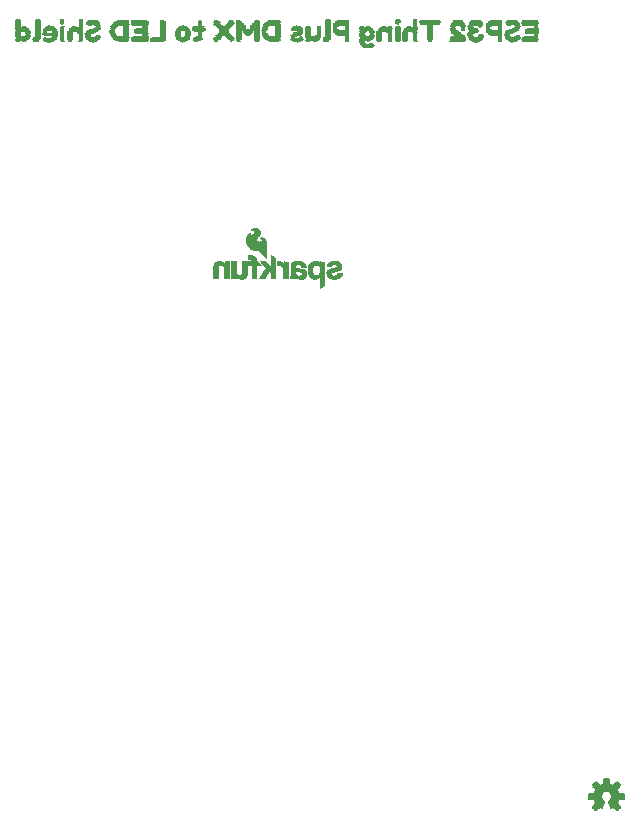
<source format=gbo>
G75*
%MOIN*%
%OFA0B0*%
%FSLAX25Y25*%
%IPPOS*%
%LPD*%
%AMOC8*
5,1,8,0,0,1.08239X$1,22.5*
%
%ADD10R,0.01102X0.00276*%
%ADD11R,0.01378X0.00276*%
%ADD12R,0.04409X0.00276*%
%ADD13R,0.01929X0.00276*%
%ADD14R,0.02480X0.00276*%
%ADD15R,0.01654X0.00276*%
%ADD16R,0.06063X0.00276*%
%ADD17R,0.05512X0.00315*%
%ADD18R,0.03307X0.00315*%
%ADD19R,0.04134X0.00315*%
%ADD20R,0.03031X0.00315*%
%ADD21R,0.06890X0.00315*%
%ADD22R,0.01654X0.00315*%
%ADD23R,0.01929X0.00315*%
%ADD24R,0.05512X0.00276*%
%ADD25R,0.03858X0.00276*%
%ADD26R,0.04685X0.00276*%
%ADD27R,0.03583X0.00276*%
%ADD28R,0.07165X0.00276*%
%ADD29R,0.05787X0.00236*%
%ADD30R,0.04409X0.00236*%
%ADD31R,0.04961X0.00236*%
%ADD32R,0.04134X0.00236*%
%ADD33R,0.07165X0.00236*%
%ADD34R,0.01654X0.00236*%
%ADD35R,0.01929X0.00236*%
%ADD36R,0.05787X0.00315*%
%ADD37R,0.04685X0.00315*%
%ADD38R,0.05236X0.00315*%
%ADD39R,0.04409X0.00315*%
%ADD40R,0.05236X0.00276*%
%ADD41R,0.04961X0.00276*%
%ADD42R,0.06614X0.00276*%
%ADD43R,0.00827X0.00276*%
%ADD44R,0.00827X0.00236*%
%ADD45R,0.02205X0.00236*%
%ADD46R,0.00276X0.00236*%
%ADD47R,0.01378X0.00315*%
%ADD48R,0.02480X0.00315*%
%ADD49R,0.04134X0.00276*%
%ADD50R,0.03031X0.00276*%
%ADD51R,0.03307X0.00276*%
%ADD52R,0.02205X0.00276*%
%ADD53R,0.02756X0.00276*%
%ADD54R,0.00551X0.00276*%
%ADD55R,0.03583X0.00315*%
%ADD56R,0.02205X0.00315*%
%ADD57R,0.04685X0.00236*%
%ADD58R,0.05512X0.00236*%
%ADD59R,0.02480X0.00236*%
%ADD60R,0.05787X0.00276*%
%ADD61R,0.01102X0.00236*%
%ADD62R,0.02756X0.00236*%
%ADD63R,0.05236X0.00236*%
%ADD64R,0.01378X0.00236*%
%ADD65R,0.00551X0.00236*%
%ADD66R,0.00276X0.00276*%
%ADD67R,0.03858X0.00315*%
%ADD68R,0.00551X0.00315*%
%ADD69R,0.03031X0.00236*%
%ADD70R,0.07992X0.00276*%
%ADD71R,0.03583X0.00236*%
%ADD72C,0.00300*%
%ADD73C,0.00591*%
D10*
X0137554Y0291122D03*
X0141963Y0298878D03*
X0148026Y0298878D03*
X0259656Y0298878D03*
X0279774Y0291122D03*
D11*
X0281566Y0293878D03*
X0293692Y0293327D03*
X0253731Y0298878D03*
X0230581Y0298878D03*
X0221487Y0292776D03*
X0203833Y0293327D03*
X0133833Y0298878D03*
X0127219Y0298878D03*
D12*
X0128459Y0295807D03*
X0128459Y0291949D03*
X0137829Y0295531D03*
X0146648Y0295807D03*
X0152160Y0291949D03*
X0167593Y0298602D03*
X0168420Y0294154D03*
X0182199Y0295531D03*
X0187436Y0295531D03*
X0187436Y0295256D03*
X0187436Y0295807D03*
X0195703Y0293878D03*
X0212514Y0291673D03*
X0225207Y0291673D03*
X0243121Y0291949D03*
X0243396Y0290571D03*
X0243396Y0290295D03*
X0243121Y0295807D03*
X0249735Y0295807D03*
X0258278Y0295807D03*
X0279774Y0291949D03*
X0298514Y0294154D03*
X0298514Y0295256D03*
X0298514Y0295531D03*
X0297963Y0298602D03*
D13*
X0293416Y0296909D03*
X0293416Y0296083D03*
X0292038Y0298602D03*
X0290109Y0293602D03*
X0290109Y0293327D03*
X0290385Y0293051D03*
X0284046Y0295256D03*
X0284046Y0295531D03*
X0281566Y0293327D03*
X0277983Y0293327D03*
X0277983Y0293602D03*
X0277983Y0293878D03*
X0278259Y0296083D03*
X0272196Y0295807D03*
X0272196Y0295531D03*
X0264479Y0295531D03*
X0264479Y0295256D03*
X0264479Y0294980D03*
X0264479Y0294705D03*
X0264479Y0294154D03*
X0264479Y0293878D03*
X0264479Y0293602D03*
X0264479Y0293327D03*
X0264479Y0293051D03*
X0264479Y0292776D03*
X0264479Y0292500D03*
X0264479Y0295807D03*
X0264479Y0296083D03*
X0264479Y0296909D03*
X0256211Y0294154D03*
X0256211Y0293878D03*
X0256211Y0293602D03*
X0256211Y0293327D03*
X0256211Y0293051D03*
X0256211Y0292776D03*
X0256211Y0292500D03*
X0256211Y0291949D03*
X0256211Y0291673D03*
X0253731Y0291673D03*
X0253731Y0291949D03*
X0253731Y0292500D03*
X0253731Y0292776D03*
X0253731Y0293051D03*
X0253731Y0293327D03*
X0253731Y0293602D03*
X0253731Y0293878D03*
X0253731Y0294154D03*
X0253731Y0294705D03*
X0253731Y0294980D03*
X0253731Y0295256D03*
X0253731Y0295531D03*
X0253731Y0295807D03*
X0253731Y0296083D03*
X0253731Y0298012D03*
X0253731Y0298602D03*
X0247668Y0294154D03*
X0247668Y0293878D03*
X0247668Y0293602D03*
X0247668Y0293327D03*
X0247668Y0293051D03*
X0247668Y0292776D03*
X0247668Y0292500D03*
X0247668Y0291949D03*
X0247668Y0291673D03*
X0245188Y0293327D03*
X0245188Y0293602D03*
X0241881Y0293602D03*
X0241881Y0293878D03*
X0241881Y0294154D03*
X0241881Y0291122D03*
X0233062Y0295256D03*
X0233062Y0295531D03*
X0230581Y0295531D03*
X0230581Y0295256D03*
X0230581Y0294980D03*
X0230581Y0294705D03*
X0230581Y0294154D03*
X0230581Y0293878D03*
X0230581Y0293602D03*
X0230581Y0293327D03*
X0230581Y0293051D03*
X0230581Y0295807D03*
X0230581Y0296083D03*
X0230581Y0296909D03*
X0230581Y0297185D03*
X0230581Y0298012D03*
X0230581Y0298602D03*
X0227274Y0293327D03*
X0223967Y0293327D03*
X0223967Y0293602D03*
X0223967Y0293878D03*
X0223967Y0294154D03*
X0223967Y0294705D03*
X0223967Y0294980D03*
X0223967Y0295256D03*
X0223967Y0295531D03*
X0223967Y0295807D03*
X0223967Y0296083D03*
X0221211Y0294705D03*
X0213755Y0294705D03*
X0213755Y0294980D03*
X0213755Y0295256D03*
X0213755Y0295531D03*
X0213755Y0295807D03*
X0213755Y0296083D03*
X0213755Y0294154D03*
X0213755Y0293878D03*
X0213755Y0293602D03*
X0213755Y0293327D03*
X0209345Y0293878D03*
X0209345Y0294154D03*
X0209070Y0294980D03*
X0209345Y0295531D03*
X0209345Y0295807D03*
X0206865Y0294980D03*
X0206865Y0294705D03*
X0206865Y0294154D03*
X0206865Y0293878D03*
X0206865Y0293602D03*
X0206865Y0293327D03*
X0206865Y0293051D03*
X0206865Y0292776D03*
X0206865Y0292500D03*
X0206865Y0291949D03*
X0206865Y0291673D03*
X0203833Y0293878D03*
X0200802Y0293878D03*
X0200802Y0294154D03*
X0200802Y0294705D03*
X0200802Y0294980D03*
X0200802Y0293602D03*
X0200802Y0293327D03*
X0200802Y0293051D03*
X0200802Y0292776D03*
X0200802Y0292500D03*
X0200802Y0291949D03*
X0198322Y0291949D03*
X0198322Y0298012D03*
X0200802Y0298012D03*
X0206865Y0298012D03*
X0193361Y0298012D03*
X0187573Y0293051D03*
X0183991Y0293327D03*
X0183991Y0293602D03*
X0183991Y0293878D03*
X0183991Y0294154D03*
X0180408Y0294154D03*
X0180408Y0293878D03*
X0180408Y0293602D03*
X0180408Y0293327D03*
X0175448Y0293327D03*
X0175448Y0293602D03*
X0175448Y0293878D03*
X0175448Y0294154D03*
X0175448Y0294705D03*
X0175448Y0294980D03*
X0175448Y0295256D03*
X0175448Y0295531D03*
X0175448Y0295807D03*
X0175448Y0296083D03*
X0175448Y0296909D03*
X0175448Y0297185D03*
X0175448Y0298012D03*
X0175448Y0293051D03*
X0169660Y0293327D03*
X0169660Y0293602D03*
X0169660Y0293878D03*
X0169660Y0296083D03*
X0163322Y0296083D03*
X0163322Y0295807D03*
X0163322Y0295531D03*
X0163322Y0295256D03*
X0163322Y0294980D03*
X0163322Y0294705D03*
X0163322Y0294154D03*
X0163322Y0293878D03*
X0163322Y0293602D03*
X0163322Y0293327D03*
X0158912Y0293878D03*
X0158912Y0294154D03*
X0158636Y0294705D03*
X0158636Y0294980D03*
X0158636Y0295256D03*
X0158912Y0295807D03*
X0153676Y0296083D03*
X0152298Y0298602D03*
X0150369Y0293602D03*
X0150369Y0293327D03*
X0147888Y0294154D03*
X0144581Y0294154D03*
X0144581Y0293878D03*
X0144581Y0293602D03*
X0144581Y0293327D03*
X0144581Y0293051D03*
X0144581Y0292776D03*
X0144581Y0292500D03*
X0144581Y0291949D03*
X0139345Y0293051D03*
X0139345Y0294705D03*
X0133833Y0294705D03*
X0133833Y0294980D03*
X0133833Y0295256D03*
X0133833Y0295531D03*
X0133833Y0295807D03*
X0133833Y0296083D03*
X0133833Y0296909D03*
X0133833Y0297185D03*
X0133833Y0298012D03*
X0133833Y0298602D03*
X0133833Y0294154D03*
X0133833Y0293878D03*
X0133833Y0293602D03*
X0133833Y0293327D03*
X0133833Y0293051D03*
X0130526Y0293327D03*
X0130526Y0293602D03*
X0130526Y0294154D03*
X0127219Y0294154D03*
X0127219Y0293878D03*
X0127219Y0293602D03*
X0127219Y0293327D03*
X0127219Y0296909D03*
X0127219Y0297185D03*
X0127219Y0298012D03*
D14*
X0133282Y0291949D03*
X0153400Y0295807D03*
X0186747Y0291673D03*
X0193636Y0292500D03*
X0193912Y0292776D03*
X0194188Y0293327D03*
X0195841Y0294980D03*
X0197219Y0293327D03*
X0197495Y0293051D03*
X0197770Y0292776D03*
X0198046Y0292500D03*
X0203833Y0294154D03*
X0201077Y0297185D03*
X0197770Y0297185D03*
X0197495Y0296909D03*
X0193912Y0296909D03*
X0193636Y0297185D03*
X0230030Y0291949D03*
X0235818Y0298602D03*
X0242156Y0294705D03*
X0272471Y0294980D03*
X0272747Y0294705D03*
X0278259Y0294154D03*
X0286802Y0298602D03*
X0293140Y0295807D03*
D15*
X0290798Y0296909D03*
X0287766Y0296083D03*
X0287766Y0295807D03*
X0287766Y0295531D03*
X0287766Y0295256D03*
X0287766Y0293051D03*
X0287766Y0292776D03*
X0287766Y0292500D03*
X0287766Y0291949D03*
X0287766Y0291673D03*
X0283908Y0295807D03*
X0283908Y0296083D03*
X0281703Y0293602D03*
X0279774Y0298602D03*
X0275640Y0296083D03*
X0275640Y0295807D03*
X0275640Y0295531D03*
X0275640Y0295256D03*
X0272058Y0296083D03*
X0273987Y0298602D03*
X0264617Y0291949D03*
X0264617Y0291673D03*
X0259656Y0291673D03*
X0259656Y0291949D03*
X0259656Y0292500D03*
X0259656Y0292776D03*
X0259656Y0293051D03*
X0259656Y0293327D03*
X0259656Y0293602D03*
X0259656Y0293878D03*
X0259656Y0294154D03*
X0259656Y0296909D03*
X0259656Y0297185D03*
X0259656Y0298012D03*
X0259656Y0298602D03*
X0251113Y0294154D03*
X0251113Y0293878D03*
X0251113Y0293602D03*
X0251113Y0293327D03*
X0251113Y0293051D03*
X0251113Y0292776D03*
X0251113Y0292500D03*
X0251113Y0291949D03*
X0251113Y0291673D03*
X0245325Y0293878D03*
X0245325Y0294154D03*
X0236782Y0295256D03*
X0236782Y0295531D03*
X0236782Y0295807D03*
X0236782Y0296083D03*
X0236782Y0293051D03*
X0236782Y0292776D03*
X0236782Y0292500D03*
X0236782Y0291949D03*
X0236782Y0291673D03*
X0232924Y0295807D03*
X0232924Y0296083D03*
X0227412Y0296083D03*
X0227412Y0295807D03*
X0227412Y0295531D03*
X0227412Y0295256D03*
X0227412Y0294980D03*
X0227412Y0294705D03*
X0227412Y0294154D03*
X0227412Y0293878D03*
X0227412Y0293602D03*
X0221349Y0294980D03*
X0218869Y0292776D03*
X0209207Y0294705D03*
X0209207Y0295256D03*
X0203696Y0293602D03*
X0200664Y0291673D03*
X0198459Y0291673D03*
X0193223Y0291673D03*
X0187711Y0293327D03*
X0187711Y0293602D03*
X0187711Y0293878D03*
X0187711Y0294154D03*
X0187711Y0296909D03*
X0187711Y0297185D03*
X0187711Y0298012D03*
X0158774Y0295531D03*
X0153814Y0293327D03*
X0151058Y0296909D03*
X0148026Y0296909D03*
X0148026Y0297185D03*
X0148026Y0298012D03*
X0148026Y0298602D03*
X0148026Y0293878D03*
X0148026Y0293602D03*
X0148026Y0293327D03*
X0148026Y0293051D03*
X0148026Y0292776D03*
X0148026Y0292500D03*
X0148026Y0291949D03*
X0148026Y0291673D03*
X0144444Y0291673D03*
X0141963Y0291673D03*
X0141963Y0291949D03*
X0141963Y0292500D03*
X0141963Y0292776D03*
X0141963Y0293051D03*
X0141963Y0293327D03*
X0141963Y0293602D03*
X0141963Y0293878D03*
X0141963Y0294154D03*
X0141963Y0294705D03*
X0141963Y0294980D03*
X0141963Y0295256D03*
X0141963Y0295531D03*
X0141963Y0295807D03*
X0141963Y0296083D03*
X0141963Y0298012D03*
X0141963Y0298602D03*
X0136176Y0294705D03*
X0130664Y0293878D03*
X0127081Y0298602D03*
X0299892Y0296083D03*
X0299892Y0293878D03*
X0299892Y0293602D03*
X0299892Y0293327D03*
D16*
X0264617Y0298602D03*
X0211688Y0293051D03*
X0161255Y0293051D03*
X0161255Y0296909D03*
D17*
X0161530Y0297480D03*
X0167593Y0298307D03*
X0211963Y0297480D03*
X0297963Y0298307D03*
D18*
X0291900Y0298307D03*
X0278948Y0294449D03*
X0206176Y0296378D03*
X0201491Y0296378D03*
X0152160Y0298307D03*
D19*
X0235542Y0298307D03*
X0286526Y0298307D03*
D20*
X0279912Y0298307D03*
X0273849Y0298307D03*
X0273022Y0294449D03*
X0220660Y0294449D03*
X0203833Y0294449D03*
D21*
X0264479Y0297480D03*
X0264479Y0298307D03*
D22*
X0259656Y0298307D03*
X0259656Y0297480D03*
X0259656Y0296378D03*
X0253593Y0297480D03*
X0236782Y0296378D03*
X0227412Y0294449D03*
X0209207Y0294449D03*
X0206727Y0298307D03*
X0200664Y0298307D03*
X0193223Y0298307D03*
X0187711Y0297480D03*
X0187711Y0294449D03*
X0175310Y0298307D03*
X0153814Y0296378D03*
X0148026Y0296378D03*
X0148026Y0297480D03*
X0148026Y0298307D03*
X0141963Y0298307D03*
X0141963Y0297480D03*
X0141963Y0294449D03*
X0136176Y0294449D03*
X0287766Y0296378D03*
X0299892Y0296378D03*
D23*
X0293692Y0296378D03*
X0284046Y0296378D03*
X0277983Y0296378D03*
X0275503Y0296378D03*
X0272196Y0296378D03*
X0264479Y0296378D03*
X0264479Y0294449D03*
X0259518Y0294449D03*
X0256211Y0294449D03*
X0253731Y0294449D03*
X0250975Y0294449D03*
X0247668Y0294449D03*
X0245188Y0294449D03*
X0253731Y0298307D03*
X0233062Y0296378D03*
X0230581Y0296378D03*
X0230581Y0297480D03*
X0230581Y0298307D03*
X0230581Y0294449D03*
X0223967Y0294449D03*
X0213755Y0294449D03*
X0213755Y0296378D03*
X0206865Y0294449D03*
X0200802Y0294449D03*
X0183991Y0294449D03*
X0180408Y0294449D03*
X0175448Y0294449D03*
X0175448Y0296378D03*
X0175448Y0297480D03*
X0169660Y0296378D03*
X0163322Y0296378D03*
X0163322Y0294449D03*
X0158636Y0294449D03*
X0147888Y0294449D03*
X0144581Y0294449D03*
X0139621Y0294449D03*
X0133833Y0294449D03*
X0133833Y0296378D03*
X0133833Y0297480D03*
X0133833Y0298307D03*
X0130526Y0294449D03*
X0127219Y0294449D03*
X0127219Y0296378D03*
X0127219Y0297480D03*
X0127219Y0298307D03*
D24*
X0161530Y0292500D03*
X0167869Y0296909D03*
X0211963Y0292500D03*
X0234853Y0294980D03*
X0234853Y0296909D03*
X0273711Y0292776D03*
X0273711Y0292500D03*
X0273711Y0291949D03*
X0273711Y0291673D03*
X0279774Y0292776D03*
X0285837Y0294980D03*
X0285837Y0296909D03*
X0297963Y0296909D03*
X0297963Y0297185D03*
X0297963Y0298012D03*
X0297963Y0292776D03*
X0297963Y0292500D03*
X0297963Y0291673D03*
D25*
X0298790Y0295807D03*
X0291900Y0298012D03*
X0279774Y0298012D03*
X0279774Y0291673D03*
X0243672Y0289744D03*
X0242845Y0291673D03*
X0220247Y0291673D03*
X0220247Y0295256D03*
X0220247Y0295531D03*
X0220247Y0295807D03*
X0205900Y0295531D03*
X0201766Y0295531D03*
X0195703Y0294154D03*
X0187436Y0294980D03*
X0182199Y0295807D03*
X0182199Y0291949D03*
X0152711Y0295531D03*
X0152160Y0298012D03*
X0137554Y0291673D03*
D26*
X0137967Y0292500D03*
X0138243Y0293327D03*
X0146510Y0295531D03*
X0152298Y0297185D03*
X0161944Y0298012D03*
X0161944Y0291673D03*
X0168282Y0294705D03*
X0168282Y0294980D03*
X0168282Y0295256D03*
X0168282Y0295531D03*
X0174070Y0292776D03*
X0195841Y0296083D03*
X0212377Y0298012D03*
X0225345Y0291949D03*
X0235266Y0293878D03*
X0235266Y0298012D03*
X0243259Y0295531D03*
X0249597Y0295531D03*
X0258140Y0295531D03*
X0273849Y0297185D03*
X0273849Y0293051D03*
X0286251Y0293878D03*
X0286251Y0298012D03*
X0292038Y0297185D03*
X0298377Y0294980D03*
X0298377Y0294705D03*
X0128597Y0295531D03*
D27*
X0137692Y0296083D03*
X0152298Y0291673D03*
X0195841Y0295531D03*
X0201629Y0295807D03*
X0203833Y0294980D03*
X0206038Y0295807D03*
X0206038Y0296083D03*
X0219833Y0293602D03*
X0220109Y0293878D03*
X0220385Y0294154D03*
X0220109Y0296083D03*
X0235818Y0293327D03*
X0273849Y0298012D03*
X0286802Y0293327D03*
X0292038Y0291673D03*
X0292589Y0295531D03*
D28*
X0264617Y0298012D03*
D29*
X0297825Y0297756D03*
X0297825Y0292244D03*
X0167731Y0292244D03*
X0167731Y0297756D03*
D30*
X0182199Y0292244D03*
X0152160Y0297756D03*
X0137829Y0292244D03*
X0220247Y0292244D03*
X0243672Y0290039D03*
X0279774Y0297756D03*
X0291900Y0297756D03*
D31*
X0286113Y0297756D03*
X0279774Y0292244D03*
X0235129Y0297756D03*
X0225483Y0292244D03*
X0173656Y0291417D03*
D32*
X0273849Y0297756D03*
D33*
X0264617Y0297756D03*
D34*
X0259656Y0297756D03*
X0259656Y0296654D03*
X0259656Y0292244D03*
X0251113Y0292244D03*
X0236782Y0292244D03*
X0236782Y0296654D03*
X0287766Y0296654D03*
X0287766Y0292244D03*
X0293554Y0296654D03*
X0299892Y0296654D03*
X0187711Y0296654D03*
X0187711Y0297756D03*
X0186609Y0291417D03*
X0148026Y0292244D03*
X0141963Y0292244D03*
X0141963Y0297756D03*
X0148026Y0297756D03*
X0148026Y0296654D03*
D35*
X0153676Y0296654D03*
X0163322Y0296654D03*
X0169660Y0296654D03*
X0175448Y0296654D03*
X0175448Y0297756D03*
X0200802Y0292244D03*
X0206865Y0292244D03*
X0213755Y0296654D03*
X0230581Y0296654D03*
X0230581Y0297756D03*
X0229755Y0291417D03*
X0241881Y0291417D03*
X0242156Y0290866D03*
X0247668Y0292244D03*
X0253731Y0292244D03*
X0256211Y0292244D03*
X0253731Y0297756D03*
X0264479Y0296654D03*
X0264479Y0292244D03*
X0272196Y0296654D03*
X0275503Y0296654D03*
X0281290Y0296654D03*
X0144581Y0292244D03*
X0133833Y0296654D03*
X0133833Y0297756D03*
X0133007Y0291417D03*
X0127219Y0296654D03*
X0127219Y0297756D03*
D36*
X0167731Y0297480D03*
X0297825Y0297480D03*
D37*
X0292038Y0297480D03*
X0273849Y0297480D03*
X0168282Y0294449D03*
D38*
X0234991Y0294449D03*
X0234991Y0297480D03*
X0285975Y0297480D03*
X0285975Y0294449D03*
D39*
X0279774Y0297480D03*
X0298514Y0294449D03*
X0152160Y0297480D03*
D40*
X0152298Y0292776D03*
X0146235Y0294705D03*
X0137967Y0294154D03*
X0137967Y0293878D03*
X0128873Y0294705D03*
X0128873Y0293051D03*
X0168007Y0293051D03*
X0173794Y0292500D03*
X0173794Y0291949D03*
X0173794Y0291673D03*
X0225621Y0292776D03*
X0225621Y0293051D03*
X0234991Y0294705D03*
X0234991Y0297185D03*
X0243534Y0293051D03*
X0249322Y0294705D03*
X0273849Y0296909D03*
X0285975Y0297185D03*
X0285975Y0294705D03*
X0292038Y0292776D03*
X0292038Y0292500D03*
D41*
X0286113Y0294154D03*
X0279774Y0292500D03*
X0279774Y0296909D03*
X0279774Y0297185D03*
X0298239Y0293051D03*
X0258003Y0294705D03*
X0258003Y0294980D03*
X0258003Y0295256D03*
X0249459Y0295256D03*
X0249459Y0294980D03*
X0243396Y0294980D03*
X0243396Y0295256D03*
X0243396Y0292776D03*
X0243396Y0292500D03*
X0235129Y0294154D03*
X0225483Y0292500D03*
X0212239Y0291949D03*
X0195703Y0293602D03*
X0182199Y0292776D03*
X0182199Y0292500D03*
X0182199Y0294980D03*
X0182199Y0295256D03*
X0161806Y0291949D03*
X0152160Y0292500D03*
X0146373Y0294980D03*
X0146373Y0295256D03*
X0138105Y0293602D03*
X0137829Y0294980D03*
X0137829Y0295256D03*
X0128735Y0295256D03*
X0128735Y0294980D03*
X0128735Y0292776D03*
X0128735Y0292500D03*
D42*
X0264617Y0297185D03*
D43*
X0253731Y0297185D03*
X0281290Y0296083D03*
X0293692Y0293602D03*
X0198322Y0298602D03*
X0193361Y0298602D03*
X0153951Y0293602D03*
X0136314Y0292776D03*
D44*
X0150920Y0296654D03*
X0198322Y0291417D03*
X0290660Y0296654D03*
D45*
X0284184Y0296654D03*
X0278121Y0296654D03*
X0233199Y0296654D03*
X0206727Y0297756D03*
X0200940Y0297756D03*
X0198184Y0297756D03*
X0197357Y0296654D03*
X0198184Y0292244D03*
X0182199Y0291417D03*
D46*
X0220109Y0296654D03*
D47*
X0223967Y0296378D03*
X0227550Y0296378D03*
X0241881Y0296378D03*
X0243810Y0296378D03*
X0249046Y0296378D03*
X0251251Y0296378D03*
X0253731Y0296378D03*
X0257589Y0296378D03*
X0281290Y0296378D03*
X0198322Y0298307D03*
X0145959Y0296378D03*
X0142101Y0296378D03*
X0129148Y0296378D03*
D48*
X0137692Y0296378D03*
X0159188Y0296378D03*
X0182062Y0296378D03*
X0194463Y0296378D03*
X0197219Y0296378D03*
X0198046Y0297480D03*
X0201077Y0297480D03*
X0206589Y0297480D03*
X0220109Y0296378D03*
D49*
X0220109Y0292500D03*
X0220385Y0291949D03*
X0235542Y0293602D03*
X0242983Y0296083D03*
X0249873Y0296083D03*
X0258416Y0296083D03*
X0286526Y0293602D03*
X0291487Y0294705D03*
X0291762Y0294980D03*
X0292038Y0295256D03*
X0292038Y0291949D03*
X0195841Y0295807D03*
X0187298Y0296083D03*
X0168558Y0295807D03*
X0152298Y0295256D03*
X0152022Y0294980D03*
X0151747Y0294705D03*
X0146786Y0296083D03*
X0137692Y0295807D03*
X0137692Y0291949D03*
X0128322Y0291673D03*
X0128322Y0296083D03*
D50*
X0150920Y0294154D03*
X0187022Y0292500D03*
X0195841Y0294705D03*
X0195841Y0295256D03*
X0219558Y0293327D03*
X0273298Y0294154D03*
X0274125Y0293602D03*
X0274400Y0293327D03*
X0279085Y0294705D03*
X0279085Y0295256D03*
X0278810Y0295807D03*
D51*
X0278948Y0295531D03*
X0273711Y0293878D03*
X0243672Y0289469D03*
X0203696Y0294705D03*
X0201491Y0296083D03*
X0187436Y0294705D03*
X0182199Y0296083D03*
X0182199Y0291673D03*
D52*
X0183577Y0293051D03*
X0183853Y0294705D03*
X0180546Y0294705D03*
X0180546Y0293051D03*
X0193223Y0291949D03*
X0194050Y0293051D03*
X0209483Y0293602D03*
X0209759Y0293327D03*
X0209483Y0296083D03*
X0212790Y0298602D03*
X0219144Y0293051D03*
X0229892Y0291673D03*
X0242018Y0293327D03*
X0245050Y0294705D03*
X0272333Y0295256D03*
X0278121Y0293051D03*
X0281428Y0293051D03*
X0290247Y0293878D03*
X0293554Y0293051D03*
X0162357Y0298602D03*
X0159050Y0296083D03*
X0159050Y0293602D03*
X0159325Y0293327D03*
X0153814Y0293051D03*
X0150507Y0293051D03*
X0150507Y0293878D03*
X0153538Y0296909D03*
X0139207Y0292776D03*
X0133144Y0291673D03*
D53*
X0133420Y0292500D03*
X0133420Y0292776D03*
X0186885Y0291949D03*
X0187160Y0292776D03*
X0201215Y0296909D03*
X0206451Y0296909D03*
X0206451Y0297185D03*
X0230168Y0292776D03*
X0230168Y0292500D03*
X0279223Y0294980D03*
X0290798Y0294154D03*
D54*
X0291900Y0291122D03*
X0221625Y0293051D03*
X0218869Y0294980D03*
X0152160Y0291122D03*
X0141963Y0297185D03*
D55*
X0151471Y0294449D03*
X0195841Y0294449D03*
X0291211Y0294449D03*
D56*
X0242018Y0294449D03*
X0209759Y0296378D03*
X0193499Y0297480D03*
D57*
X0152298Y0292244D03*
X0128597Y0292244D03*
X0243259Y0292244D03*
X0292038Y0292244D03*
D58*
X0297963Y0291417D03*
X0273711Y0292244D03*
D59*
X0292038Y0291417D03*
X0230030Y0292244D03*
X0194188Y0296654D03*
X0193361Y0297756D03*
X0193361Y0292244D03*
X0133282Y0292244D03*
D60*
X0161392Y0292776D03*
X0161392Y0297185D03*
X0167731Y0297185D03*
X0167731Y0298012D03*
X0167731Y0292776D03*
X0167731Y0292500D03*
X0167731Y0291949D03*
X0167731Y0291673D03*
X0211825Y0292776D03*
X0211825Y0296909D03*
X0211825Y0297185D03*
X0297825Y0291949D03*
D61*
X0287766Y0291417D03*
X0244774Y0290866D03*
X0236782Y0291417D03*
X0193223Y0291417D03*
D62*
X0210034Y0296654D03*
X0220247Y0291417D03*
X0279774Y0291417D03*
X0159601Y0296654D03*
X0152160Y0291417D03*
D63*
X0161668Y0292244D03*
X0161668Y0297756D03*
X0167731Y0291417D03*
X0173794Y0292244D03*
X0212101Y0292244D03*
X0212101Y0297756D03*
X0273573Y0291417D03*
D64*
X0264479Y0291417D03*
X0259794Y0291417D03*
X0256211Y0291417D03*
X0253731Y0291417D03*
X0251251Y0291417D03*
X0247668Y0291417D03*
X0226172Y0291417D03*
X0223967Y0291417D03*
X0206865Y0291417D03*
X0200802Y0291417D03*
X0147888Y0291417D03*
X0144581Y0291417D03*
X0142101Y0291417D03*
X0129148Y0291417D03*
X0127219Y0291417D03*
D65*
X0137554Y0296654D03*
X0182199Y0296654D03*
X0243948Y0291417D03*
D66*
X0220385Y0291122D03*
X0206865Y0298602D03*
X0200802Y0298602D03*
X0182062Y0291122D03*
X0175448Y0298602D03*
D67*
X0187436Y0296378D03*
X0212514Y0298307D03*
X0162081Y0298307D03*
D68*
X0187711Y0298307D03*
D69*
X0187022Y0292244D03*
X0201353Y0296654D03*
X0206314Y0296654D03*
X0137416Y0291417D03*
D70*
X0203833Y0295256D03*
D71*
X0212652Y0291417D03*
X0162219Y0291417D03*
D72*
X0228172Y0209748D02*
X0227818Y0209394D01*
X0227818Y0213409D01*
X0227778Y0213409D01*
X0227463Y0213016D01*
X0227070Y0212780D01*
X0226833Y0212661D01*
X0226125Y0212543D01*
X0225534Y0212622D01*
X0225062Y0212780D01*
X0224629Y0213094D01*
X0224274Y0213449D01*
X0224038Y0213882D01*
X0225377Y0214512D01*
X0225495Y0214236D01*
X0225652Y0214039D01*
X0225888Y0213843D01*
X0226203Y0213764D01*
X0226518Y0213724D01*
X0226873Y0213764D01*
X0227148Y0213843D01*
X0227385Y0214039D01*
X0227581Y0214236D01*
X0227699Y0214512D01*
X0227857Y0215142D01*
X0227857Y0215811D01*
X0227818Y0216126D01*
X0227699Y0216441D01*
X0227581Y0216717D01*
X0227385Y0216953D01*
X0227188Y0217110D01*
X0226873Y0217228D01*
X0226558Y0217268D01*
X0226203Y0217228D01*
X0225928Y0217110D01*
X0225692Y0216953D01*
X0225495Y0216717D01*
X0225377Y0216441D01*
X0225259Y0216126D01*
X0225219Y0215811D01*
X0225219Y0215457D01*
X0223684Y0215417D01*
X0223723Y0216008D01*
X0223841Y0216559D01*
X0223999Y0217071D01*
X0224274Y0217504D01*
X0224629Y0217898D01*
X0225062Y0218173D01*
X0225613Y0218370D01*
X0226203Y0218409D01*
X0226479Y0218409D01*
X0226951Y0218331D01*
X0227345Y0218094D01*
X0227542Y0217937D01*
X0227699Y0217780D01*
X0227857Y0217583D01*
X0227857Y0218291D01*
X0228251Y0218213D01*
X0228408Y0218173D01*
X0228605Y0218134D01*
X0228762Y0218094D01*
X0228959Y0218094D01*
X0229156Y0218055D01*
X0229314Y0218016D01*
X0229314Y0210732D01*
X0229117Y0210575D01*
X0228762Y0210220D01*
X0228172Y0209748D01*
X0228053Y0209629D02*
X0227818Y0209629D01*
X0227818Y0209928D02*
X0228396Y0209928D01*
X0228768Y0210226D02*
X0227818Y0210226D01*
X0227818Y0210525D02*
X0229067Y0210525D01*
X0229314Y0210823D02*
X0227818Y0210823D01*
X0227818Y0211122D02*
X0229314Y0211122D01*
X0229314Y0211420D02*
X0227818Y0211420D01*
X0227818Y0211719D02*
X0229314Y0211719D01*
X0229314Y0212017D02*
X0227818Y0212017D01*
X0227818Y0212316D02*
X0229314Y0212316D01*
X0229314Y0212614D02*
X0227818Y0212614D01*
X0227818Y0212913D02*
X0229314Y0212913D01*
X0229314Y0213211D02*
X0227818Y0213211D01*
X0227620Y0213211D02*
X0224512Y0213211D01*
X0224241Y0213510D02*
X0229314Y0213510D01*
X0229314Y0213808D02*
X0227028Y0213808D01*
X0227452Y0214107D02*
X0229314Y0214107D01*
X0229314Y0214405D02*
X0227654Y0214405D01*
X0227747Y0214704D02*
X0229314Y0214704D01*
X0229314Y0215002D02*
X0227822Y0215002D01*
X0227857Y0215301D02*
X0229314Y0215301D01*
X0229314Y0215599D02*
X0227857Y0215599D01*
X0227846Y0215898D02*
X0229314Y0215898D01*
X0229314Y0216196D02*
X0227791Y0216196D01*
X0227676Y0216495D02*
X0229314Y0216495D01*
X0229314Y0216793D02*
X0227517Y0216793D01*
X0227211Y0217092D02*
X0229314Y0217092D01*
X0229314Y0217390D02*
X0224202Y0217390D01*
X0224012Y0217092D02*
X0225900Y0217092D01*
X0225559Y0216793D02*
X0223913Y0216793D01*
X0223827Y0216495D02*
X0225400Y0216495D01*
X0225285Y0216196D02*
X0223763Y0216196D01*
X0223716Y0215898D02*
X0225230Y0215898D01*
X0225219Y0215599D02*
X0223696Y0215599D01*
X0223684Y0215417D02*
X0223723Y0214866D01*
X0223841Y0214354D01*
X0224038Y0213882D01*
X0225377Y0214512D01*
X0225259Y0214827D01*
X0225219Y0215142D01*
X0225219Y0215457D01*
X0223684Y0215417D01*
X0223692Y0215301D02*
X0225219Y0215301D01*
X0225237Y0215002D02*
X0223713Y0215002D01*
X0223761Y0214704D02*
X0225305Y0214704D01*
X0225422Y0214405D02*
X0225150Y0214405D01*
X0223829Y0214405D01*
X0223944Y0214107D02*
X0224516Y0214107D01*
X0225598Y0214107D01*
X0226025Y0213808D02*
X0224078Y0213808D01*
X0223211Y0213808D02*
X0221560Y0213808D01*
X0221558Y0213803D02*
X0221479Y0213764D01*
X0221440Y0213724D01*
X0221282Y0213646D01*
X0221203Y0213646D01*
X0221125Y0213606D01*
X0221046Y0213606D01*
X0220967Y0213567D01*
X0220770Y0213567D01*
X0220573Y0213606D01*
X0220377Y0213606D01*
X0220219Y0213685D01*
X0220062Y0213724D01*
X0219944Y0213803D01*
X0219865Y0213882D01*
X0219786Y0214000D01*
X0219707Y0214079D01*
X0219629Y0214315D01*
X0219589Y0214394D01*
X0219550Y0214512D01*
X0219550Y0215417D01*
X0219629Y0215339D01*
X0219707Y0215339D01*
X0219865Y0215260D01*
X0219944Y0215260D01*
X0220022Y0215220D01*
X0220180Y0215220D01*
X0220377Y0216008D01*
X0220101Y0216087D01*
X0219865Y0216165D01*
X0219668Y0216283D01*
X0219550Y0216441D01*
X0219550Y0216874D01*
X0219668Y0217110D01*
X0219707Y0217150D01*
X0219747Y0217228D01*
X0219983Y0217346D01*
X0220062Y0217346D01*
X0220140Y0217386D01*
X0220849Y0217386D01*
X0221243Y0217189D01*
X0221400Y0217031D01*
X0221440Y0216953D01*
X0221479Y0216835D01*
X0221518Y0216756D01*
X0221518Y0216559D01*
X0223054Y0216559D01*
X0222975Y0217031D01*
X0222896Y0217268D01*
X0222778Y0217425D01*
X0222660Y0217622D01*
X0222542Y0217780D01*
X0222385Y0217898D01*
X0221991Y0218134D01*
X0221794Y0218213D01*
X0221597Y0218252D01*
X0221361Y0218331D01*
X0221125Y0218370D01*
X0220928Y0218409D01*
X0220022Y0218409D01*
X0219825Y0218370D01*
X0219589Y0218370D01*
X0219392Y0218331D01*
X0219196Y0218252D01*
X0218999Y0218213D01*
X0218802Y0218134D01*
X0218329Y0217780D01*
X0218211Y0217622D01*
X0218133Y0217465D01*
X0218054Y0217268D01*
X0218014Y0217071D01*
X0218014Y0213646D01*
X0217975Y0213567D01*
X0217975Y0213213D01*
X0217936Y0213134D01*
X0217936Y0213055D01*
X0217896Y0212976D01*
X0217896Y0212858D01*
X0217857Y0212780D01*
X0217818Y0212740D01*
X0217818Y0212701D01*
X0219353Y0212701D01*
X0219353Y0212740D01*
X0219392Y0212780D01*
X0219392Y0212819D01*
X0219432Y0212858D01*
X0219432Y0212976D01*
X0219471Y0213016D01*
X0219471Y0213252D01*
X0219550Y0213134D01*
X0219668Y0213055D01*
X0219747Y0212976D01*
X0219865Y0212898D01*
X0219983Y0212858D01*
X0220101Y0212780D01*
X0220573Y0212622D01*
X0220692Y0212622D01*
X0220810Y0212583D01*
X0220967Y0212583D01*
X0221085Y0212543D01*
X0221518Y0212543D01*
X0221715Y0212583D01*
X0221912Y0212583D01*
X0222070Y0212622D01*
X0222266Y0212701D01*
X0222424Y0212780D01*
X0222542Y0212858D01*
X0222699Y0212937D01*
X0222818Y0213055D01*
X0222896Y0213173D01*
X0223014Y0213331D01*
X0223093Y0213449D01*
X0223133Y0213646D01*
X0223211Y0213803D01*
X0223211Y0214000D01*
X0223251Y0214197D01*
X0223172Y0214630D01*
X0223054Y0214984D01*
X0222896Y0215260D01*
X0222621Y0215496D01*
X0222345Y0215654D01*
X0222030Y0215772D01*
X0221715Y0215850D01*
X0221361Y0215890D01*
X0221046Y0215063D01*
X0221164Y0215024D01*
X0221243Y0214984D01*
X0221282Y0214945D01*
X0221440Y0214866D01*
X0221479Y0214827D01*
X0221558Y0214787D01*
X0221676Y0214551D01*
X0221676Y0214472D01*
X0221715Y0214394D01*
X0221715Y0214197D01*
X0221676Y0214079D01*
X0221676Y0214000D01*
X0221636Y0213921D01*
X0221597Y0213882D01*
X0221558Y0213803D01*
X0221685Y0214107D02*
X0223233Y0214107D01*
X0223213Y0214405D02*
X0221709Y0214405D01*
X0221600Y0214704D02*
X0223147Y0214704D01*
X0223043Y0215002D02*
X0221207Y0215002D01*
X0221046Y0215063D02*
X0221361Y0215890D01*
X0220652Y0215969D01*
X0220377Y0216008D01*
X0220180Y0215220D01*
X0220259Y0215181D01*
X0220337Y0215181D01*
X0220455Y0215142D01*
X0220613Y0215142D01*
X0220731Y0215102D01*
X0220888Y0215102D01*
X0220967Y0215063D01*
X0221046Y0215063D01*
X0221137Y0215301D02*
X0220200Y0215301D01*
X0219783Y0215301D01*
X0219550Y0215301D02*
X0218014Y0215301D01*
X0218014Y0215599D02*
X0220274Y0215599D01*
X0220275Y0215599D02*
X0221250Y0215599D01*
X0222440Y0215599D01*
X0222848Y0215301D02*
X0221137Y0215301D01*
X0221288Y0215898D02*
X0220349Y0215898D01*
X0218014Y0215898D01*
X0218014Y0216196D02*
X0219813Y0216196D01*
X0219550Y0216495D02*
X0218014Y0216495D01*
X0218014Y0216793D02*
X0219550Y0216793D01*
X0219659Y0217092D02*
X0218019Y0217092D01*
X0218103Y0217390D02*
X0222804Y0217390D01*
X0222955Y0217092D02*
X0221340Y0217092D01*
X0221500Y0216793D02*
X0223015Y0216793D01*
X0222610Y0217689D02*
X0218261Y0217689D01*
X0218607Y0217987D02*
X0222235Y0217987D01*
X0221495Y0218286D02*
X0219280Y0218286D01*
X0217148Y0218016D02*
X0217148Y0212701D01*
X0215613Y0212701D01*
X0215613Y0215575D01*
X0215534Y0215929D01*
X0215455Y0216205D01*
X0215298Y0216480D01*
X0215101Y0216717D01*
X0214825Y0216874D01*
X0214510Y0216953D01*
X0214117Y0216992D01*
X0213684Y0216992D01*
X0213605Y0216953D01*
X0213566Y0216953D01*
X0213566Y0218370D01*
X0213605Y0218370D01*
X0213644Y0218409D01*
X0214196Y0218409D01*
X0214471Y0218331D01*
X0214707Y0218252D01*
X0214983Y0218094D01*
X0215180Y0217937D01*
X0215377Y0217701D01*
X0215534Y0217504D01*
X0215692Y0217228D01*
X0215692Y0218291D01*
X0215849Y0218252D01*
X0216243Y0218173D01*
X0216400Y0218134D01*
X0216597Y0218094D01*
X0216794Y0218094D01*
X0216951Y0218055D01*
X0217148Y0218016D01*
X0217148Y0217987D02*
X0215692Y0217987D01*
X0215692Y0217689D02*
X0217148Y0217689D01*
X0217148Y0217390D02*
X0215692Y0217390D01*
X0215599Y0217390D02*
X0213566Y0217390D01*
X0213566Y0217092D02*
X0217148Y0217092D01*
X0217148Y0216793D02*
X0214967Y0216793D01*
X0215286Y0216495D02*
X0217148Y0216495D01*
X0217148Y0216196D02*
X0215458Y0216196D01*
X0215541Y0215898D02*
X0217148Y0215898D01*
X0217148Y0215599D02*
X0215607Y0215599D01*
X0215613Y0215301D02*
X0217148Y0215301D01*
X0217148Y0215002D02*
X0215613Y0215002D01*
X0215613Y0214704D02*
X0217148Y0214704D01*
X0217148Y0214405D02*
X0215613Y0214405D01*
X0215613Y0214107D02*
X0217148Y0214107D01*
X0217148Y0213808D02*
X0215613Y0213808D01*
X0215613Y0213510D02*
X0217148Y0213510D01*
X0217148Y0213211D02*
X0215613Y0213211D01*
X0215613Y0212913D02*
X0217148Y0212913D01*
X0217896Y0212913D02*
X0219432Y0212913D01*
X0219471Y0213211D02*
X0217974Y0213211D01*
X0217975Y0213510D02*
X0223105Y0213510D01*
X0222925Y0213211D02*
X0219498Y0213211D01*
X0219842Y0212913D02*
X0222651Y0212913D01*
X0222038Y0212614D02*
X0220715Y0212614D01*
X0219938Y0213808D02*
X0218014Y0213808D01*
X0218014Y0214107D02*
X0219698Y0214107D01*
X0219585Y0214405D02*
X0218014Y0214405D01*
X0218014Y0214704D02*
X0219550Y0214704D01*
X0219550Y0215002D02*
X0218014Y0215002D01*
X0215386Y0217689D02*
X0213566Y0217689D01*
X0213566Y0217987D02*
X0215117Y0217987D01*
X0214605Y0218286D02*
X0213566Y0218286D01*
X0212975Y0218286D02*
X0211440Y0218286D01*
X0211440Y0218584D02*
X0212975Y0218584D01*
X0212975Y0218883D02*
X0211440Y0218883D01*
X0211440Y0219181D02*
X0212975Y0219181D01*
X0212975Y0219480D02*
X0211440Y0219480D01*
X0211440Y0219779D02*
X0212553Y0219779D01*
X0212975Y0219551D02*
X0212975Y0212701D01*
X0211440Y0212701D01*
X0211440Y0214630D01*
X0210849Y0215181D01*
X0209314Y0212701D01*
X0207463Y0212701D01*
X0209786Y0216244D01*
X0207699Y0218291D01*
X0209510Y0218291D01*
X0211440Y0216283D01*
X0211440Y0220378D01*
X0212975Y0219551D01*
X0211999Y0220077D02*
X0211440Y0220077D01*
X0211440Y0220376D02*
X0211444Y0220376D01*
X0209825Y0220376D02*
X0208962Y0220376D01*
X0209077Y0220260D02*
X0208841Y0220496D01*
X0208644Y0220772D01*
X0208133Y0221283D01*
X0207936Y0221520D01*
X0207542Y0221835D01*
X0207345Y0221953D01*
X0207109Y0221992D01*
X0206361Y0221992D01*
X0205888Y0222071D01*
X0205455Y0222189D01*
X0205062Y0222346D01*
X0204668Y0222583D01*
X0204353Y0222858D01*
X0204038Y0223173D01*
X0203762Y0223528D01*
X0203369Y0224236D01*
X0203172Y0224945D01*
X0203133Y0225654D01*
X0203251Y0226283D01*
X0203448Y0226835D01*
X0203723Y0227307D01*
X0204038Y0227661D01*
X0204353Y0227819D01*
X0204353Y0227504D01*
X0204432Y0227268D01*
X0204550Y0227189D01*
X0204668Y0227150D01*
X0204944Y0227150D01*
X0205259Y0227307D01*
X0205377Y0227386D01*
X0205534Y0227504D01*
X0205652Y0227583D01*
X0205770Y0227701D01*
X0205849Y0227858D01*
X0205928Y0227976D01*
X0205967Y0228134D01*
X0206007Y0228252D01*
X0205967Y0228370D01*
X0205928Y0228449D01*
X0205888Y0228567D01*
X0205810Y0228685D01*
X0205652Y0228803D01*
X0205495Y0228882D01*
X0205298Y0228921D01*
X0205140Y0228961D01*
X0205022Y0228961D01*
X0204904Y0228921D01*
X0204786Y0228921D01*
X0204825Y0228961D01*
X0204983Y0229079D01*
X0205219Y0229197D01*
X0205534Y0229315D01*
X0205888Y0229433D01*
X0206282Y0229433D01*
X0206715Y0229354D01*
X0207148Y0229118D01*
X0207503Y0228803D01*
X0207699Y0228528D01*
X0207818Y0228173D01*
X0207818Y0227858D01*
X0207739Y0227504D01*
X0207542Y0227150D01*
X0207266Y0226835D01*
X0206951Y0226480D01*
X0206676Y0226165D01*
X0206558Y0225890D01*
X0206558Y0225614D01*
X0206636Y0225378D01*
X0206794Y0225181D01*
X0207030Y0225024D01*
X0207345Y0224945D01*
X0207660Y0224945D01*
X0207857Y0224984D01*
X0208054Y0225063D01*
X0208172Y0225142D01*
X0208290Y0225260D01*
X0208369Y0225417D01*
X0208408Y0225535D01*
X0208408Y0225654D01*
X0208369Y0225772D01*
X0208290Y0225890D01*
X0208133Y0226047D01*
X0209130Y0226047D01*
X0209077Y0226087D02*
X0209235Y0225969D01*
X0209432Y0225850D01*
X0209550Y0225654D01*
X0209668Y0225417D01*
X0209747Y0225181D01*
X0209825Y0224472D01*
X0209825Y0219433D01*
X0209786Y0219433D01*
X0209707Y0219551D01*
X0209589Y0219669D01*
X0209471Y0219827D01*
X0209274Y0220024D01*
X0209077Y0220260D01*
X0209230Y0220077D02*
X0209825Y0220077D01*
X0209825Y0219779D02*
X0209507Y0219779D01*
X0209755Y0219480D02*
X0209825Y0219480D01*
X0209825Y0220674D02*
X0208714Y0220674D01*
X0208443Y0220973D02*
X0209825Y0220973D01*
X0209825Y0221271D02*
X0208145Y0221271D01*
X0207873Y0221570D02*
X0209825Y0221570D01*
X0209825Y0221868D02*
X0207486Y0221868D01*
X0205537Y0222167D02*
X0209825Y0222167D01*
X0209825Y0222465D02*
X0204864Y0222465D01*
X0204461Y0222764D02*
X0209825Y0222764D01*
X0209825Y0223062D02*
X0204149Y0223062D01*
X0203892Y0223361D02*
X0209825Y0223361D01*
X0209825Y0223659D02*
X0203689Y0223659D01*
X0203524Y0223958D02*
X0209825Y0223958D01*
X0209825Y0224256D02*
X0203363Y0224256D01*
X0203280Y0224555D02*
X0209816Y0224555D01*
X0209783Y0224853D02*
X0203197Y0224853D01*
X0203160Y0225152D02*
X0206838Y0225152D01*
X0206612Y0225450D02*
X0203144Y0225450D01*
X0203150Y0225749D02*
X0206558Y0225749D01*
X0206625Y0226047D02*
X0203206Y0226047D01*
X0203273Y0226346D02*
X0206834Y0226346D01*
X0207097Y0226644D02*
X0203380Y0226644D01*
X0203511Y0226943D02*
X0207361Y0226943D01*
X0207593Y0227241D02*
X0205127Y0227241D01*
X0205588Y0227540D02*
X0207747Y0227540D01*
X0207813Y0227838D02*
X0205839Y0227838D01*
X0205968Y0228137D02*
X0207818Y0228137D01*
X0207730Y0228435D02*
X0205935Y0228435D01*
X0205745Y0228734D02*
X0207552Y0228734D01*
X0207245Y0229032D02*
X0204921Y0229032D01*
X0205582Y0229331D02*
X0206758Y0229331D01*
X0204353Y0227540D02*
X0203930Y0227540D01*
X0203685Y0227241D02*
X0204471Y0227241D01*
X0207818Y0226205D02*
X0207896Y0226244D01*
X0207975Y0226244D01*
X0208133Y0226283D01*
X0208448Y0226283D01*
X0208684Y0226244D01*
X0209077Y0226087D01*
X0209493Y0225749D02*
X0208376Y0225749D01*
X0208380Y0225450D02*
X0209652Y0225450D01*
X0209750Y0225152D02*
X0208182Y0225152D01*
X0208133Y0226047D02*
X0208014Y0226087D01*
X0207857Y0226165D01*
X0207818Y0226205D01*
X0205495Y0220260D02*
X0205101Y0220378D01*
X0203959Y0220378D01*
X0203881Y0220339D01*
X0203881Y0219236D01*
X0204550Y0219236D01*
X0204707Y0219197D01*
X0204865Y0219118D01*
X0204944Y0219000D01*
X0204983Y0218921D01*
X0204983Y0218764D01*
X0205022Y0218606D01*
X0205022Y0218291D01*
X0203959Y0218291D01*
X0203959Y0217268D01*
X0205022Y0217268D01*
X0205022Y0212701D01*
X0206518Y0212701D01*
X0206518Y0217268D01*
X0208054Y0217268D01*
X0207896Y0217386D01*
X0207266Y0218016D01*
X0207109Y0218134D01*
X0206991Y0218291D01*
X0206518Y0218291D01*
X0206518Y0219079D01*
X0206400Y0219394D01*
X0206282Y0219669D01*
X0206085Y0219906D01*
X0205810Y0220102D01*
X0205495Y0220260D01*
X0205845Y0220077D02*
X0203881Y0220077D01*
X0203881Y0219779D02*
X0206191Y0219779D01*
X0206363Y0219480D02*
X0203881Y0219480D01*
X0203954Y0220376D02*
X0205109Y0220376D01*
X0204738Y0219181D02*
X0206480Y0219181D01*
X0206518Y0218883D02*
X0204983Y0218883D01*
X0205022Y0218584D02*
X0206518Y0218584D01*
X0206995Y0218286D02*
X0203959Y0218286D01*
X0203959Y0217987D02*
X0207295Y0217987D01*
X0207593Y0217689D02*
X0203959Y0217689D01*
X0203959Y0217390D02*
X0207892Y0217390D01*
X0208313Y0217689D02*
X0210089Y0217689D01*
X0209802Y0217987D02*
X0208009Y0217987D01*
X0207705Y0218286D02*
X0209516Y0218286D01*
X0210376Y0217390D02*
X0208618Y0217390D01*
X0208922Y0217092D02*
X0210663Y0217092D01*
X0210950Y0216793D02*
X0209226Y0216793D01*
X0209530Y0216495D02*
X0211237Y0216495D01*
X0211440Y0216495D02*
X0212975Y0216495D01*
X0212975Y0216793D02*
X0211440Y0216793D01*
X0211440Y0217092D02*
X0212975Y0217092D01*
X0212975Y0217390D02*
X0211440Y0217390D01*
X0211440Y0217689D02*
X0212975Y0217689D01*
X0212975Y0217987D02*
X0211440Y0217987D01*
X0212975Y0216196D02*
X0209755Y0216196D01*
X0209559Y0215898D02*
X0212975Y0215898D01*
X0212975Y0215599D02*
X0209363Y0215599D01*
X0209168Y0215301D02*
X0212975Y0215301D01*
X0212975Y0215002D02*
X0211041Y0215002D01*
X0210738Y0215002D02*
X0208972Y0215002D01*
X0208776Y0214704D02*
X0210554Y0214704D01*
X0210369Y0214405D02*
X0208581Y0214405D01*
X0208385Y0214107D02*
X0210184Y0214107D01*
X0209999Y0213808D02*
X0208189Y0213808D01*
X0207994Y0213510D02*
X0209814Y0213510D01*
X0209630Y0213211D02*
X0207798Y0213211D01*
X0207602Y0212913D02*
X0209445Y0212913D01*
X0211440Y0212913D02*
X0212975Y0212913D01*
X0212975Y0213211D02*
X0211440Y0213211D01*
X0211440Y0213510D02*
X0212975Y0213510D01*
X0212975Y0213808D02*
X0211440Y0213808D01*
X0211440Y0214107D02*
X0212975Y0214107D01*
X0212975Y0214405D02*
X0211440Y0214405D01*
X0211360Y0214704D02*
X0212975Y0214704D01*
X0215692Y0218286D02*
X0215713Y0218286D01*
X0224441Y0217689D02*
X0227772Y0217689D01*
X0227857Y0217689D02*
X0229314Y0217689D01*
X0229314Y0217987D02*
X0227857Y0217987D01*
X0227857Y0218286D02*
X0227884Y0218286D01*
X0227479Y0217987D02*
X0224770Y0217987D01*
X0225377Y0218286D02*
X0227026Y0218286D01*
X0230180Y0217110D02*
X0230101Y0216638D01*
X0231558Y0216638D01*
X0231597Y0216835D01*
X0231676Y0217031D01*
X0231755Y0217150D01*
X0231873Y0217228D01*
X0232030Y0217307D01*
X0232227Y0217386D01*
X0232896Y0217386D01*
X0233014Y0217346D01*
X0233172Y0217307D01*
X0233290Y0217268D01*
X0233448Y0217031D01*
X0233448Y0216874D01*
X0233408Y0216717D01*
X0233290Y0216559D01*
X0233133Y0216441D01*
X0232896Y0216323D01*
X0232660Y0216244D01*
X0232345Y0216205D01*
X0231400Y0215969D01*
X0231046Y0215890D01*
X0230495Y0215575D01*
X0230259Y0215378D01*
X0230101Y0215142D01*
X0229983Y0214866D01*
X0229944Y0214512D01*
X0230022Y0214000D01*
X0230180Y0213567D01*
X0230416Y0213252D01*
X0230731Y0212976D01*
X0231125Y0212780D01*
X0231558Y0212661D01*
X0232030Y0212583D01*
X0232503Y0212543D01*
X0232975Y0212583D01*
X0233448Y0212661D01*
X0233881Y0212780D01*
X0234274Y0212976D01*
X0234589Y0213252D01*
X0234865Y0213606D01*
X0235022Y0214000D01*
X0235101Y0214512D01*
X0233644Y0214512D01*
X0233644Y0214276D01*
X0233566Y0214079D01*
X0233448Y0213921D01*
X0233133Y0213685D01*
X0232896Y0213646D01*
X0232699Y0213606D01*
X0232463Y0213567D01*
X0232306Y0213606D01*
X0232148Y0213606D01*
X0231991Y0213646D01*
X0231833Y0213724D01*
X0231676Y0213843D01*
X0231558Y0213961D01*
X0231479Y0214276D01*
X0231518Y0214433D01*
X0231597Y0214591D01*
X0231755Y0214709D01*
X0231951Y0214827D01*
X0232188Y0214906D01*
X0232818Y0215063D01*
X0233211Y0215142D01*
X0233566Y0215220D01*
X0233881Y0215339D01*
X0234156Y0215457D01*
X0234432Y0215614D01*
X0234668Y0215772D01*
X0234825Y0216008D01*
X0234944Y0216283D01*
X0234983Y0216638D01*
X0234944Y0217110D01*
X0234786Y0217504D01*
X0234510Y0217819D01*
X0234235Y0218055D01*
X0233841Y0218252D01*
X0233448Y0218331D01*
X0233014Y0218409D01*
X0232109Y0218409D01*
X0231676Y0218331D01*
X0231282Y0218213D01*
X0230928Y0218055D01*
X0230613Y0217819D01*
X0230377Y0217504D01*
X0230180Y0217110D01*
X0230177Y0217092D02*
X0231716Y0217092D01*
X0231589Y0216793D02*
X0230127Y0216793D01*
X0230320Y0217390D02*
X0234831Y0217390D01*
X0234945Y0217092D02*
X0233407Y0217092D01*
X0233427Y0216793D02*
X0234970Y0216793D01*
X0234967Y0216495D02*
X0233204Y0216495D01*
X0232312Y0216196D02*
X0234906Y0216196D01*
X0234752Y0215898D02*
X0231082Y0215898D01*
X0230538Y0215599D02*
X0234406Y0215599D01*
X0233780Y0215301D02*
X0230207Y0215301D01*
X0230041Y0215002D02*
X0232575Y0215002D01*
X0231748Y0214704D02*
X0229965Y0214704D01*
X0229960Y0214405D02*
X0231511Y0214405D01*
X0231521Y0214107D02*
X0230006Y0214107D01*
X0230092Y0213808D02*
X0231722Y0213808D01*
X0231841Y0212614D02*
X0233164Y0212614D01*
X0234147Y0212913D02*
X0230858Y0212913D01*
X0230463Y0213211D02*
X0234543Y0213211D01*
X0234790Y0213510D02*
X0230223Y0213510D01*
X0227292Y0212913D02*
X0224878Y0212913D01*
X0225593Y0212614D02*
X0226550Y0212614D01*
X0230515Y0217689D02*
X0234624Y0217689D01*
X0234314Y0217987D02*
X0230838Y0217987D01*
X0231527Y0218286D02*
X0233671Y0218286D01*
X0233644Y0214405D02*
X0235085Y0214405D01*
X0235039Y0214107D02*
X0233577Y0214107D01*
X0233297Y0213808D02*
X0234946Y0213808D01*
X0206518Y0213808D02*
X0205022Y0213808D01*
X0205022Y0213510D02*
X0206518Y0213510D01*
X0206518Y0213211D02*
X0205022Y0213211D01*
X0205022Y0212913D02*
X0206518Y0212913D01*
X0206518Y0214107D02*
X0205022Y0214107D01*
X0205022Y0214405D02*
X0206518Y0214405D01*
X0206518Y0214704D02*
X0205022Y0214704D01*
X0205022Y0215002D02*
X0206518Y0215002D01*
X0206518Y0215301D02*
X0205022Y0215301D01*
X0205022Y0215599D02*
X0206518Y0215599D01*
X0206518Y0215898D02*
X0205022Y0215898D01*
X0205022Y0216196D02*
X0206518Y0216196D01*
X0206518Y0216495D02*
X0205022Y0216495D01*
X0205022Y0216793D02*
X0206518Y0216793D01*
X0206518Y0217092D02*
X0205022Y0217092D01*
X0203487Y0217092D02*
X0201991Y0217092D01*
X0201991Y0217390D02*
X0203487Y0217390D01*
X0203487Y0217689D02*
X0201991Y0217689D01*
X0201991Y0217987D02*
X0203487Y0217987D01*
X0203487Y0218286D02*
X0201991Y0218286D01*
X0201991Y0218291D02*
X0201991Y0215142D01*
X0201912Y0214512D01*
X0201873Y0214276D01*
X0201636Y0213961D01*
X0201440Y0213843D01*
X0201243Y0213803D01*
X0201007Y0213764D01*
X0200692Y0213803D01*
X0200455Y0213843D01*
X0200259Y0213961D01*
X0200101Y0214118D01*
X0199983Y0214354D01*
X0199865Y0214630D01*
X0199825Y0214945D01*
X0199825Y0218291D01*
X0198290Y0218291D01*
X0198290Y0212701D01*
X0199747Y0212701D01*
X0199747Y0213488D01*
X0199786Y0213488D01*
X0199944Y0213252D01*
X0200101Y0213055D01*
X0200298Y0212898D01*
X0200534Y0212780D01*
X0200731Y0212701D01*
X0200967Y0212622D01*
X0201243Y0212583D01*
X0201479Y0212543D01*
X0202030Y0212583D01*
X0202463Y0212740D01*
X0202818Y0212937D01*
X0203093Y0213173D01*
X0203290Y0213528D01*
X0203408Y0213921D01*
X0203487Y0214354D01*
X0203487Y0218291D01*
X0201991Y0218291D01*
X0201991Y0216793D02*
X0203487Y0216793D01*
X0203487Y0216495D02*
X0201991Y0216495D01*
X0201991Y0216196D02*
X0203487Y0216196D01*
X0203487Y0215898D02*
X0201991Y0215898D01*
X0201991Y0215599D02*
X0203487Y0215599D01*
X0203487Y0215301D02*
X0201991Y0215301D01*
X0201973Y0215002D02*
X0203487Y0215002D01*
X0203487Y0214704D02*
X0201936Y0214704D01*
X0201894Y0214405D02*
X0203487Y0214405D01*
X0203442Y0214107D02*
X0201746Y0214107D01*
X0201268Y0213808D02*
X0203374Y0213808D01*
X0203280Y0213510D02*
X0198290Y0213510D01*
X0198290Y0213808D02*
X0200661Y0213808D01*
X0200112Y0214107D02*
X0198290Y0214107D01*
X0198290Y0214405D02*
X0199961Y0214405D01*
X0199856Y0214704D02*
X0198290Y0214704D01*
X0198290Y0215002D02*
X0199825Y0215002D01*
X0199825Y0215301D02*
X0198290Y0215301D01*
X0198290Y0215599D02*
X0199825Y0215599D01*
X0199825Y0215898D02*
X0198290Y0215898D01*
X0198290Y0216196D02*
X0199825Y0216196D01*
X0199825Y0216495D02*
X0198290Y0216495D01*
X0198290Y0216793D02*
X0199825Y0216793D01*
X0199825Y0217092D02*
X0198290Y0217092D01*
X0198290Y0217390D02*
X0199825Y0217390D01*
X0199825Y0217689D02*
X0198290Y0217689D01*
X0198290Y0217987D02*
X0199825Y0217987D01*
X0199825Y0218286D02*
X0198290Y0218286D01*
X0197463Y0218286D02*
X0196007Y0218286D01*
X0196007Y0218291D02*
X0196007Y0217504D01*
X0195967Y0217504D01*
X0195810Y0217740D01*
X0195652Y0217898D01*
X0195455Y0218055D01*
X0195219Y0218213D01*
X0194747Y0218370D01*
X0194510Y0218409D01*
X0194274Y0218409D01*
X0193723Y0218370D01*
X0193290Y0218252D01*
X0192936Y0218055D01*
X0192660Y0217780D01*
X0192463Y0217465D01*
X0192345Y0217071D01*
X0192266Y0216638D01*
X0192227Y0216126D01*
X0192227Y0212701D01*
X0193762Y0212701D01*
X0193762Y0215850D01*
X0193802Y0216165D01*
X0193841Y0216441D01*
X0193881Y0216677D01*
X0193999Y0216874D01*
X0194117Y0217031D01*
X0194314Y0217150D01*
X0194510Y0217189D01*
X0194747Y0217228D01*
X0195062Y0217189D01*
X0195298Y0217150D01*
X0195495Y0217031D01*
X0195652Y0216835D01*
X0195770Y0216638D01*
X0195888Y0216362D01*
X0195928Y0216008D01*
X0195928Y0212701D01*
X0197463Y0212701D01*
X0197463Y0218291D01*
X0196007Y0218291D01*
X0196007Y0217987D02*
X0197463Y0217987D01*
X0197463Y0217689D02*
X0196007Y0217689D01*
X0195844Y0217689D02*
X0192603Y0217689D01*
X0192441Y0217390D02*
X0197463Y0217390D01*
X0197463Y0217092D02*
X0195394Y0217092D01*
X0195677Y0216793D02*
X0197463Y0216793D01*
X0197463Y0216495D02*
X0195832Y0216495D01*
X0195907Y0216196D02*
X0197463Y0216196D01*
X0197463Y0215898D02*
X0195928Y0215898D01*
X0195928Y0215599D02*
X0197463Y0215599D01*
X0197463Y0215301D02*
X0195928Y0215301D01*
X0195928Y0215002D02*
X0197463Y0215002D01*
X0197463Y0214704D02*
X0195928Y0214704D01*
X0195928Y0214405D02*
X0197463Y0214405D01*
X0197463Y0214107D02*
X0195928Y0214107D01*
X0195928Y0213808D02*
X0197463Y0213808D01*
X0197463Y0213510D02*
X0195928Y0213510D01*
X0195928Y0213211D02*
X0197463Y0213211D01*
X0197463Y0212913D02*
X0195928Y0212913D01*
X0193762Y0212913D02*
X0192227Y0212913D01*
X0192227Y0213211D02*
X0193762Y0213211D01*
X0193762Y0213510D02*
X0192227Y0213510D01*
X0192227Y0213808D02*
X0193762Y0213808D01*
X0193762Y0214107D02*
X0192227Y0214107D01*
X0192227Y0214405D02*
X0193762Y0214405D01*
X0193762Y0214704D02*
X0192227Y0214704D01*
X0192227Y0215002D02*
X0193762Y0215002D01*
X0193762Y0215301D02*
X0192227Y0215301D01*
X0192227Y0215599D02*
X0193762Y0215599D01*
X0193768Y0215898D02*
X0192227Y0215898D01*
X0192232Y0216196D02*
X0193806Y0216196D01*
X0193850Y0216495D02*
X0192255Y0216495D01*
X0192295Y0216793D02*
X0193950Y0216793D01*
X0194217Y0217092D02*
X0192351Y0217092D01*
X0192868Y0217987D02*
X0195540Y0217987D01*
X0194999Y0218286D02*
X0193415Y0218286D01*
X0198290Y0213211D02*
X0199747Y0213211D01*
X0199976Y0213211D02*
X0203114Y0213211D01*
X0202774Y0212913D02*
X0200279Y0212913D01*
X0199747Y0212913D02*
X0198290Y0212913D01*
X0201022Y0212614D02*
X0202117Y0212614D01*
D73*
X0319698Y0044654D02*
X0321182Y0043443D01*
X0321780Y0043751D01*
X0322420Y0043956D01*
X0322614Y0045861D01*
X0324053Y0045861D01*
X0324247Y0043956D01*
X0324887Y0043751D01*
X0325485Y0043443D01*
X0326969Y0044654D01*
X0327987Y0043636D01*
X0326777Y0042152D01*
X0327085Y0041554D01*
X0327290Y0040913D01*
X0329195Y0040720D01*
X0329195Y0039280D01*
X0327290Y0039087D01*
X0327085Y0038446D01*
X0326777Y0037848D01*
X0327987Y0036364D01*
X0326969Y0035346D01*
X0325485Y0036557D01*
X0324887Y0036249D01*
X0324040Y0038295D01*
X0324418Y0038507D01*
X0324737Y0038801D01*
X0324978Y0039162D01*
X0325128Y0039569D01*
X0325179Y0040000D01*
X0325126Y0040439D01*
X0324970Y0040852D01*
X0324721Y0041217D01*
X0324392Y0041511D01*
X0324002Y0041720D01*
X0323574Y0041829D01*
X0323133Y0041834D01*
X0322702Y0041734D01*
X0322308Y0041534D01*
X0321973Y0041246D01*
X0321716Y0040887D01*
X0321551Y0040477D01*
X0321489Y0040040D01*
X0321532Y0039600D01*
X0321678Y0039184D01*
X0321920Y0038814D01*
X0322242Y0038512D01*
X0322627Y0038295D01*
X0321779Y0036249D01*
X0321182Y0036557D01*
X0319698Y0035346D01*
X0318680Y0036364D01*
X0319890Y0037848D01*
X0319582Y0038446D01*
X0319377Y0039087D01*
X0317472Y0039280D01*
X0317472Y0040720D01*
X0319377Y0040913D01*
X0319582Y0041554D01*
X0319890Y0042152D01*
X0318680Y0043636D01*
X0319698Y0044654D01*
X0319469Y0044425D02*
X0319978Y0044425D01*
X0320700Y0043836D02*
X0318880Y0043836D01*
X0318997Y0043247D02*
X0327670Y0043247D01*
X0327787Y0043836D02*
X0325966Y0043836D01*
X0326689Y0044425D02*
X0327198Y0044425D01*
X0327189Y0042658D02*
X0319477Y0042658D01*
X0319847Y0042069D02*
X0326819Y0042069D01*
X0327108Y0041480D02*
X0324427Y0041480D01*
X0324944Y0040891D02*
X0327513Y0040891D01*
X0327652Y0039123D02*
X0324952Y0039123D01*
X0325145Y0039713D02*
X0329195Y0039713D01*
X0329195Y0040302D02*
X0325143Y0040302D01*
X0324448Y0038534D02*
X0327113Y0038534D01*
X0326827Y0037945D02*
X0324184Y0037945D01*
X0324428Y0037356D02*
X0327178Y0037356D01*
X0327658Y0036767D02*
X0324673Y0036767D01*
X0325949Y0036178D02*
X0327801Y0036178D01*
X0327212Y0035589D02*
X0326672Y0035589D01*
X0322238Y0037356D02*
X0319489Y0037356D01*
X0319840Y0037945D02*
X0322482Y0037945D01*
X0322218Y0038534D02*
X0319554Y0038534D01*
X0319015Y0039123D02*
X0321718Y0039123D01*
X0321521Y0039713D02*
X0317472Y0039713D01*
X0317472Y0040302D02*
X0321526Y0040302D01*
X0321718Y0040891D02*
X0319153Y0040891D01*
X0319558Y0041480D02*
X0322245Y0041480D01*
X0322044Y0043836D02*
X0324623Y0043836D01*
X0324199Y0044425D02*
X0322468Y0044425D01*
X0322527Y0045014D02*
X0324139Y0045014D01*
X0324079Y0045603D02*
X0322587Y0045603D01*
X0321994Y0036767D02*
X0319008Y0036767D01*
X0318866Y0036178D02*
X0320717Y0036178D01*
X0319995Y0035589D02*
X0319455Y0035589D01*
M02*

</source>
